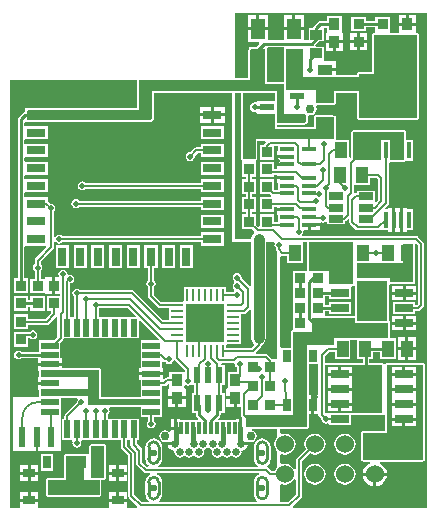
<source format=gtl>
G04*
G04 #@! TF.GenerationSoftware,Altium Limited,Altium Designer,19.1.5 (86)*
G04*
G04 Layer_Physical_Order=1*
G04 Layer_Color=255*
%FSLAX25Y25*%
%MOIN*%
G70*
G01*
G75*
%ADD14C,0.00800*%
%ADD16C,0.01000*%
%ADD18C,0.00984*%
%ADD19C,0.03000*%
%ADD20R,0.06299X0.03150*%
%ADD21R,0.03150X0.06299*%
%ADD22R,0.04882X0.01575*%
%ADD23R,0.03543X0.03740*%
%ADD24R,0.04921X0.07087*%
%ADD25R,0.05000X0.02200*%
%ADD26R,0.03937X0.03347*%
%ADD27R,0.03819X0.04095*%
%ADD28R,0.03740X0.03543*%
%ADD29R,0.05158X0.12756*%
%ADD30R,0.05158X0.03661*%
%ADD31R,0.03937X0.05709*%
%ADD32R,0.04724X0.02559*%
%ADD33R,0.04016X0.05787*%
%ADD34R,0.01772X0.05807*%
%ADD35R,0.06004X0.02756*%
%ADD36R,0.09894X0.13394*%
%ADD37R,0.03976X0.01063*%
%ADD38R,0.01063X0.03976*%
%ADD39R,0.12795X0.12795*%
%ADD40R,0.05906X0.02165*%
%ADD41R,0.02165X0.05906*%
%ADD42R,0.01181X0.04331*%
%ADD43R,0.01968X0.06693*%
%ADD44R,0.03937X0.03150*%
%ADD45R,0.02756X0.04331*%
%ADD46R,0.02362X0.05354*%
%ADD47R,0.02559X0.04134*%
%ADD82C,0.03500*%
%ADD83C,0.01500*%
%ADD84C,0.02953*%
%ADD85C,0.02362*%
%ADD86C,0.02559*%
%ADD87C,0.04724*%
%ADD88C,0.06000*%
%ADD89C,0.01968*%
G36*
X85500Y142349D02*
Y141700D01*
X91800D01*
Y131800D01*
X98554D01*
X98836Y131636D01*
X99000Y131353D01*
Y129246D01*
X98836Y128964D01*
X98554Y128800D01*
X89500D01*
Y139500D01*
X85500D01*
X53848Y139500D01*
X49902D01*
X47800D01*
X47800Y133752D01*
Y130376D01*
X47709Y130155D01*
X47445Y129891D01*
X47224Y129800D01*
X9811D01*
X9694Y129849D01*
X6000D01*
Y132318D01*
X6069Y132485D01*
Y132703D01*
X6480Y132953D01*
X6611Y133000D01*
X43500D01*
X43500Y143100D01*
X75500Y143100D01*
X80500D01*
X80500Y151691D01*
Y153176D01*
X80500Y153176D01*
X80946Y153400D01*
X81677D01*
X81735Y153376D01*
X82339D01*
X82398Y153400D01*
X85500D01*
X85500Y142349D01*
D02*
G37*
G36*
X136000Y130500D02*
X116600Y130500D01*
Y139500D01*
X108300Y139500D01*
Y135300D01*
X102300D01*
Y139700D01*
X92500D01*
Y153500D01*
X98000D01*
Y144000D01*
X116600D01*
Y145000D01*
X121800D01*
Y158100D01*
X136000D01*
Y130500D01*
D02*
G37*
G36*
X91851Y153500D02*
Y142383D01*
X91800Y142349D01*
X86149D01*
X86149Y153400D01*
X86117Y153478D01*
X86350Y153978D01*
X91550D01*
X91851Y153500D01*
D02*
G37*
G36*
X88800Y136200D02*
X82700Y136200D01*
Y135926D01*
X82200Y135556D01*
X81900Y135615D01*
X81282Y135492D01*
X80758Y135142D01*
X80408Y134618D01*
X80285Y134000D01*
X80408Y133382D01*
X80758Y132858D01*
X81282Y132508D01*
X81900Y132385D01*
X82200Y132444D01*
X82700Y132074D01*
Y131700D01*
X88700Y131700D01*
Y126800D01*
X102300D01*
Y130571D01*
X102338Y130662D01*
X102429Y130700D01*
X107853D01*
X108300Y130571D01*
Y123300D01*
X82200D01*
Y122651D01*
X82200Y122651D01*
X82200D01*
Y116929D01*
X82162Y116838D01*
X82071Y116800D01*
X78029D01*
X77938Y116838D01*
X77900Y116929D01*
Y138800D01*
X77900Y138800D01*
X88800D01*
Y136200D01*
D02*
G37*
G36*
X139500Y500D02*
X94749D01*
X94542Y1000D01*
X97321Y3779D01*
X97542Y4110D01*
X97620Y4500D01*
Y15843D01*
X100341Y18564D01*
X101086Y18255D01*
X102000Y18135D01*
X102914Y18255D01*
X103765Y18608D01*
X104496Y19169D01*
X105057Y19900D01*
X105410Y20752D01*
X105530Y21665D01*
X105410Y22579D01*
X105057Y23430D01*
X104496Y24162D01*
X103765Y24723D01*
X102914Y25075D01*
X102000Y25196D01*
X101086Y25075D01*
X100235Y24723D01*
X99504Y24162D01*
X98943Y23430D01*
X98590Y22579D01*
X98470Y21665D01*
X98590Y20752D01*
X98899Y20006D01*
X95879Y16986D01*
X95658Y16656D01*
X95580Y16265D01*
Y13474D01*
X95080Y13374D01*
X95057Y13430D01*
X94496Y14162D01*
X93765Y14723D01*
X92914Y15075D01*
X92000Y15196D01*
X91086Y15075D01*
X90916Y15005D01*
X90500Y15282D01*
Y18048D01*
X90916Y18326D01*
X91086Y18255D01*
X92000Y18135D01*
X92914Y18255D01*
X93765Y18608D01*
X94496Y19169D01*
X95057Y19900D01*
X95410Y20752D01*
X95530Y21665D01*
X95410Y22579D01*
X95057Y23430D01*
X94496Y24162D01*
X93765Y24723D01*
X92914Y25075D01*
X92000Y25196D01*
X91086Y25075D01*
X90916Y25005D01*
X90500Y25282D01*
Y26750D01*
X99300D01*
X99759Y26941D01*
X99949Y27400D01*
Y31764D01*
X100732D01*
Y34831D01*
Y37898D01*
X99949D01*
X99949Y48502D01*
X103112D01*
X103180Y48031D01*
Y37898D01*
X101732D01*
Y34831D01*
Y31764D01*
X103180D01*
Y31500D01*
X103258Y31110D01*
X103479Y30779D01*
X104199Y30060D01*
X104187Y30000D01*
X104302Y29421D01*
X104630Y28930D01*
X105121Y28602D01*
X105700Y28487D01*
X106221Y28590D01*
X106387Y28545D01*
X106721Y28367D01*
Y28022D01*
X113925D01*
Y31350D01*
X124500Y31351D01*
X124850Y31496D01*
X125350Y31279D01*
Y26149D01*
X118129Y26149D01*
X118010Y26100D01*
X117881Y26100D01*
X117789Y26062D01*
X117698Y25971D01*
X117670Y25959D01*
X117658Y25931D01*
X117569Y25842D01*
X117541Y25830D01*
X117529Y25802D01*
X117438Y25711D01*
X117400Y25619D01*
X117400Y25490D01*
X117350Y25371D01*
X117351Y16629D01*
X117400Y16510D01*
X117400Y16381D01*
X117438Y16289D01*
X117529Y16198D01*
X117541Y16170D01*
X117569Y16158D01*
X117658Y16069D01*
X117670Y16041D01*
X117698Y16029D01*
X117789Y15938D01*
X117881Y15900D01*
X118010Y15900D01*
X118129Y15851D01*
X120345D01*
X120444Y15351D01*
X119983Y15159D01*
X119147Y14518D01*
X118506Y13683D01*
X118103Y12710D01*
X118031Y12165D01*
X122000D01*
X125969D01*
X125897Y12710D01*
X125494Y13683D01*
X124853Y14518D01*
X124017Y15159D01*
X123556Y15351D01*
X123655Y15851D01*
X137871Y15851D01*
X137990Y15900D01*
X138119Y15900D01*
X138211Y15938D01*
X138302Y16029D01*
X138330Y16041D01*
X138342Y16069D01*
X138431Y16158D01*
X138459Y16170D01*
X138471Y16198D01*
X138562Y16289D01*
X138600Y16381D01*
X138600Y16510D01*
X138649Y16629D01*
Y47871D01*
X138600Y47990D01*
X138600Y48119D01*
X138562Y48211D01*
X138471Y48302D01*
X138459Y48330D01*
X138431Y48342D01*
X138342Y48431D01*
X138330Y48459D01*
X138302Y48471D01*
X138211Y48562D01*
X138119Y48600D01*
X137990Y48600D01*
X137871Y48649D01*
X126129D01*
X126010Y48600D01*
X125881D01*
X125751Y48546D01*
X125660Y48455D01*
X125541Y48406D01*
X125532Y48384D01*
X125271Y48335D01*
X124984Y48399D01*
X124959Y48459D01*
X124500Y48649D01*
X120122Y48649D01*
Y50046D01*
X121297D01*
Y52378D01*
X123703D01*
Y50006D01*
X128919D01*
Y56994D01*
X127154D01*
X127149Y57000D01*
Y62200D01*
X126959Y62659D01*
X126565Y62823D01*
Y74726D01*
X126900Y74951D01*
X134700D01*
X134873Y75022D01*
X135297D01*
Y75473D01*
X135349Y75600D01*
Y88301D01*
X135628Y88489D01*
X135811Y88547D01*
X136380Y87978D01*
Y68422D01*
X135978Y68020D01*
X135297D01*
Y68978D01*
X128093D01*
Y65022D01*
X135297D01*
Y65980D01*
X136400D01*
X136790Y66058D01*
X137121Y66279D01*
X138121Y67279D01*
X138342Y67610D01*
X138420Y68000D01*
Y88400D01*
X138342Y88790D01*
X138121Y89121D01*
X136521Y90721D01*
X136190Y90942D01*
X135800Y91020D01*
X97952D01*
X97833Y91192D01*
X97730Y91520D01*
X97998Y91921D01*
X98113Y92500D01*
X98095Y92594D01*
X98412Y92980D01*
X99681D01*
Y94768D01*
X100181D01*
Y95268D01*
X103622D01*
Y95334D01*
X104121Y95602D01*
X104700Y95487D01*
X105279Y95602D01*
X105616Y95827D01*
X106095Y95626D01*
X106116Y95606D01*
Y94880D01*
X112041D01*
Y95892D01*
X112321Y96079D01*
X113019Y96776D01*
X113480Y96585D01*
Y95800D01*
X113558Y95410D01*
X113779Y95079D01*
X115679Y93179D01*
X116010Y92958D01*
X116400Y92880D01*
X123128D01*
X123519Y92958D01*
X123676Y93063D01*
X124176Y92930D01*
Y92930D01*
X126335D01*
Y92529D01*
X127720D01*
Y96433D01*
Y100337D01*
X126335D01*
Y99937D01*
X125632D01*
X125441Y100399D01*
X126382Y101340D01*
X126603Y101671D01*
X126681Y102061D01*
Y115503D01*
X127138Y115843D01*
X127181Y115850D01*
X131800Y115850D01*
X132259Y116041D01*
X132269Y116063D01*
X134824D01*
Y123071D01*
X132449D01*
Y125700D01*
X132259Y126159D01*
X131800Y126349D01*
X114800Y126349D01*
X114341Y126159D01*
X114151Y125700D01*
Y117208D01*
X113919Y117026D01*
X113419Y117260D01*
Y123071D01*
X109103D01*
X108949Y123300D01*
Y130571D01*
X108887Y130722D01*
X108869Y130884D01*
X108795Y130943D01*
X108759Y131030D01*
X108608Y131093D01*
X108481Y131195D01*
X108034Y131324D01*
X107940Y131313D01*
X107853Y131349D01*
X102429D01*
X102310Y131300D01*
X102181Y131300D01*
X102089Y131262D01*
X101998Y131171D01*
X101970Y131159D01*
X101958Y131131D01*
X101869Y131042D01*
X101841Y131030D01*
X101829Y131002D01*
X101738Y130911D01*
X101700Y130819D01*
X101700Y130690D01*
X101651Y130571D01*
Y127449D01*
X89349D01*
Y128050D01*
X89500Y128151D01*
X98554D01*
X98710Y128216D01*
X98879Y128238D01*
X99162Y128402D01*
X99264Y128536D01*
X99398Y128638D01*
X99562Y128921D01*
X99585Y129090D01*
X99649Y129246D01*
Y131018D01*
X100116Y131435D01*
X100500Y131359D01*
X101319Y131522D01*
X102014Y131986D01*
X102478Y132681D01*
X102641Y133500D01*
X102512Y134151D01*
X102762Y134567D01*
X102858Y134651D01*
X108300D01*
X108759Y134841D01*
X108949Y135300D01*
Y138851D01*
X115951Y138850D01*
Y130500D01*
X116141Y130041D01*
X116600Y129850D01*
X136000Y129851D01*
X136459Y130041D01*
X136649Y130500D01*
Y158100D01*
X136459Y158559D01*
X136000Y158749D01*
X135697D01*
Y161150D01*
X132787D01*
X129878D01*
Y158749D01*
X126999D01*
X126925Y159219D01*
X126925Y159249D01*
Y164159D01*
X122182D01*
Y162811D01*
X119027D01*
Y164061D01*
X114086D01*
Y159317D01*
X119027D01*
Y160567D01*
X122182D01*
Y159249D01*
X122182Y159219D01*
X122108Y158749D01*
X121800D01*
X121341Y158559D01*
X121151Y158100D01*
Y145649D01*
X116600D01*
X116141Y145459D01*
X115951Y145000D01*
Y144649D01*
X108909D01*
Y146016D01*
X105331D01*
Y147016D01*
X108909D01*
Y149346D01*
X105458D01*
X105069Y149613D01*
Y154159D01*
X102252D01*
X102045Y154659D01*
X103293Y155907D01*
X103293Y155907D01*
X103296Y155912D01*
X105069D01*
Y160283D01*
X105547Y160510D01*
X105991Y160427D01*
X105991Y159111D01*
X105590Y158870D01*
X105590Y158761D01*
X105591Y158761D01*
Y156323D01*
X108500D01*
X111409D01*
Y158761D01*
X111409Y158761D01*
Y158870D01*
X111010Y159111D01*
X111009Y159370D01*
Y164297D01*
X105991D01*
Y162771D01*
X103750D01*
X103750Y162771D01*
X103320Y162686D01*
X102956Y162443D01*
X102956Y162443D01*
X101707Y161193D01*
X101464Y160829D01*
X101390Y160458D01*
X99932D01*
Y156222D01*
X98461D01*
Y159654D01*
X95000D01*
X91539D01*
Y156222D01*
X86461D01*
Y159618D01*
X83000D01*
X79539D01*
Y155575D01*
X83235D01*
X83427Y155113D01*
X82339Y154025D01*
X81735D01*
X81677Y154049D01*
X80946D01*
X80888Y154025D01*
X79939D01*
Y153484D01*
X79919Y153466D01*
X79919Y153466D01*
X79916Y153417D01*
X79884Y153380D01*
X79891Y153274D01*
X79851Y153176D01*
Y151691D01*
X79851Y143749D01*
X75500D01*
Y165500D01*
X139500D01*
Y500D01*
D02*
G37*
G36*
X131800Y125700D02*
Y116500D01*
X127147Y116500D01*
Y123071D01*
X124176D01*
Y116500D01*
X114800Y116500D01*
Y125700D01*
X131800Y125700D01*
D02*
G37*
G36*
X85547Y122189D02*
X85232Y121874D01*
X85011Y121543D01*
X84996Y121470D01*
X83581D01*
Y116530D01*
X88324D01*
Y121180D01*
X89778D01*
Y119287D01*
X89378D01*
Y118000D01*
X92819D01*
Y117000D01*
X89378D01*
Y115713D01*
Y115400D01*
X92819D01*
Y114400D01*
X89378D01*
Y113320D01*
X88324D01*
Y115683D01*
X83581D01*
Y110742D01*
X88324D01*
Y111280D01*
X89378D01*
Y110908D01*
X92819D01*
Y109908D01*
X89378D01*
Y108621D01*
X89778D01*
Y106310D01*
X88510D01*
X88324Y106495D01*
Y109895D01*
X83581D01*
Y104955D01*
X86981D01*
X87328Y104608D01*
X87311Y104446D01*
X87157Y104108D01*
X83581D01*
Y99168D01*
X88324D01*
Y100654D01*
X89378D01*
Y100386D01*
X92819D01*
Y99386D01*
X89378D01*
Y98098D01*
X89778D01*
Y95787D01*
X88324D01*
Y98321D01*
X83581D01*
Y94367D01*
X83081Y94160D01*
X82419Y94822D01*
Y98321D01*
X81067D01*
Y99168D01*
X82419D01*
Y104108D01*
X81067D01*
Y104955D01*
X82419D01*
Y109895D01*
X81067D01*
Y110742D01*
X82419D01*
Y115683D01*
X82419D01*
X82313Y116183D01*
X82319Y116200D01*
X82411Y116238D01*
X82502Y116329D01*
X82530Y116341D01*
X82542Y116369D01*
X82631Y116458D01*
X82659Y116470D01*
X82671Y116498D01*
X82762Y116589D01*
X82800Y116681D01*
X82800Y116810D01*
X82849Y116929D01*
Y122651D01*
X85355D01*
X85547Y122189D01*
D02*
G37*
G36*
X123080Y109878D02*
Y103122D01*
X122383Y102425D01*
X121883Y102632D01*
Y106120D01*
X115959D01*
Y105260D01*
X115740D01*
X115492Y105210D01*
X115344Y105270D01*
X115137Y105428D01*
X115020Y105563D01*
Y107609D01*
X115172Y108046D01*
X120309D01*
Y110480D01*
X122478D01*
X123080Y109878D01*
D02*
G37*
G36*
X77251Y138800D02*
Y116929D01*
X77300Y116810D01*
X77300Y116681D01*
X77338Y116589D01*
X77429Y116498D01*
X77441Y116470D01*
X77469Y116458D01*
X77558Y116369D01*
X77570Y116341D01*
X77598Y116329D01*
X77689Y116238D01*
X77781Y116200D01*
X77787Y116183D01*
X77676Y115683D01*
X77676D01*
Y110742D01*
X79028D01*
Y109895D01*
X77676D01*
Y104955D01*
X79028D01*
Y104108D01*
X77676D01*
Y99168D01*
X79028D01*
Y98321D01*
X77676D01*
Y93380D01*
X80977D01*
X81821Y92536D01*
X81772Y92039D01*
X81506Y91861D01*
X80986Y91084D01*
X80804Y90167D01*
Y90000D01*
X75500D01*
Y138850D01*
X77217D01*
X77251Y138800D01*
D02*
G37*
G36*
X99251Y88900D02*
Y79400D01*
X99232Y79372D01*
X94624D01*
Y74628D01*
X94624D01*
X94723Y74470D01*
Y69530D01*
X94723D01*
Y69470D01*
X94723D01*
Y64530D01*
X94624Y64372D01*
X94624D01*
Y59818D01*
X94241Y59659D01*
X94051Y59200D01*
Y53836D01*
X90888D01*
X90500Y54106D01*
Y57500D01*
Y84143D01*
X91000Y84500D01*
X91100Y84480D01*
X92853D01*
Y82046D01*
X97990D01*
Y88954D01*
X98479Y88980D01*
X99197D01*
X99251Y88900D01*
D02*
G37*
G36*
X134700Y75600D02*
X126900D01*
Y77000D01*
X116100Y77000D01*
X116100Y82000D01*
X131200Y82000D01*
Y88400D01*
X134700D01*
Y75600D01*
D02*
G37*
G36*
X114700Y75054D02*
X114571Y75000D01*
X106700D01*
Y79400D01*
X99900Y79400D01*
Y88900D01*
X114700Y88900D01*
Y75054D01*
D02*
G37*
G36*
X42851Y133649D02*
X6611D01*
X6506Y133606D01*
X6393Y133612D01*
X6262Y133565D01*
X6244Y133549D01*
X5420D01*
Y132614D01*
X5400Y132566D01*
Y132481D01*
X5045Y132410D01*
X4681Y132167D01*
X4681Y132167D01*
X3207Y130693D01*
X2964Y130329D01*
X2878Y129900D01*
X2878Y129900D01*
Y76923D01*
X1628D01*
Y71983D01*
X6372D01*
Y76923D01*
X5122D01*
Y87484D01*
X5420Y87861D01*
X5622Y87861D01*
X12412D01*
X12619Y87361D01*
X8828Y83570D01*
X8607Y83239D01*
X8530Y82849D01*
Y81628D01*
X8479Y81595D01*
X8151Y81104D01*
X8036Y80525D01*
X8151Y79945D01*
X8479Y79454D01*
X8530Y79421D01*
Y76824D01*
X7079D01*
Y72081D01*
X11889Y72081D01*
X12130Y71681D01*
X12261Y71681D01*
X12261Y71681D01*
X14500D01*
Y74453D01*
Y77224D01*
X12261D01*
X12261Y77224D01*
X12130D01*
X11889Y76824D01*
X11630Y76824D01*
X10569D01*
Y79421D01*
X10619Y79454D01*
X10947Y79945D01*
X11062Y80525D01*
X10947Y81104D01*
X10619Y81595D01*
X10569Y81628D01*
Y82427D01*
X14721Y86579D01*
X14942Y86910D01*
X15020Y87300D01*
Y89188D01*
X15520Y89333D01*
X15765Y88965D01*
X16256Y88637D01*
X16835Y88522D01*
X17415Y88637D01*
X17906Y88965D01*
X17939Y89016D01*
X64081D01*
Y87861D01*
X71580D01*
Y92210D01*
X64081D01*
Y91055D01*
X17939D01*
X17906Y91106D01*
X17415Y91434D01*
X16835Y91549D01*
X16256Y91434D01*
X15765Y91106D01*
X15520Y90738D01*
X15020Y90882D01*
Y99147D01*
X15070Y99181D01*
X15398Y99672D01*
X15513Y100251D01*
X15398Y100830D01*
X15070Y101321D01*
X14579Y101649D01*
X14000Y101765D01*
X13940Y101753D01*
X13126Y102567D01*
X12919Y102706D01*
Y104021D01*
X5622D01*
X5420Y104021D01*
X5122Y104398D01*
Y105201D01*
X5420Y105577D01*
X5622Y105577D01*
X12919D01*
Y109927D01*
X5622D01*
X5420Y109927D01*
X5122Y110303D01*
Y111106D01*
X5420Y111483D01*
X5622Y111483D01*
X12919D01*
Y115832D01*
X5622D01*
X5420Y115832D01*
X5122Y116209D01*
Y117012D01*
X5420Y117388D01*
X5622Y117388D01*
X12919D01*
Y121738D01*
X5622D01*
X5420Y121738D01*
X5122Y122114D01*
Y122917D01*
X5420Y123294D01*
X5622Y123294D01*
X12919D01*
Y127643D01*
X5622D01*
X5420Y127643D01*
X5122Y128020D01*
Y128823D01*
X5420Y129199D01*
X9694D01*
X9811Y129151D01*
X47224D01*
X47344Y129200D01*
X47473D01*
X47693Y129291D01*
X47785Y129383D01*
X47904Y129432D01*
X48168Y129696D01*
X48217Y129815D01*
X48309Y129907D01*
X48400Y130127D01*
Y130256D01*
X48449Y130376D01*
Y133752D01*
X48449Y138851D01*
X53848D01*
X74500Y138850D01*
Y89000D01*
X80804D01*
Y84067D01*
Y74645D01*
X80304Y74438D01*
X77601Y77140D01*
X77613Y77200D01*
X77498Y77779D01*
X77170Y78270D01*
X76679Y78598D01*
X76100Y78713D01*
X75521Y78598D01*
X75030Y78270D01*
X74702Y77779D01*
X74587Y77200D01*
X74702Y76621D01*
X75030Y76130D01*
X75189Y76024D01*
Y75422D01*
X75030Y75316D01*
X74702Y74825D01*
X74587Y74246D01*
X74702Y73667D01*
X75030Y73176D01*
X75040Y73169D01*
X75075Y72621D01*
X74754Y72311D01*
X72403D01*
Y73879D01*
X58329D01*
Y69398D01*
X57968D01*
Y69037D01*
X53487D01*
Y68925D01*
X50817D01*
X48378Y71364D01*
Y74096D01*
X48428Y74130D01*
X48756Y74621D01*
X48872Y75200D01*
X48756Y75779D01*
X48428Y76270D01*
X48378Y76304D01*
Y80380D01*
X49533D01*
Y87880D01*
X45184D01*
Y80380D01*
X46339D01*
Y76304D01*
X46288Y76270D01*
X45960Y75779D01*
X45845Y75200D01*
X45960Y74621D01*
X46288Y74130D01*
X46339Y74096D01*
Y70942D01*
X46416Y70552D01*
X46637Y70221D01*
X49674Y67185D01*
X50004Y66963D01*
X50394Y66886D01*
X53487D01*
Y63020D01*
X51522D01*
X41821Y72721D01*
X41490Y72942D01*
X41100Y73020D01*
X23730D01*
X23696Y73070D01*
X23205Y73398D01*
X22626Y73513D01*
X22047Y73398D01*
X21556Y73070D01*
X21228Y72579D01*
X21113Y72000D01*
X21228Y71421D01*
X21556Y70930D01*
X21606Y70896D01*
Y63982D01*
X20496D01*
Y75226D01*
X20879Y75302D01*
X21370Y75630D01*
X21698Y76121D01*
X21813Y76700D01*
X21698Y77279D01*
X21370Y77770D01*
X20879Y78098D01*
X20300Y78213D01*
X19994Y78152D01*
X19620Y78267D01*
X19470Y78519D01*
X19398Y78879D01*
X19070Y79370D01*
X18579Y79698D01*
X18000Y79813D01*
X17421Y79698D01*
X16930Y79370D01*
X16602Y78879D01*
X16487Y78300D01*
X16602Y77721D01*
X16332Y77224D01*
X15500D01*
Y74453D01*
Y71681D01*
X16980D01*
Y70919D01*
X12530D01*
Y66176D01*
X13980D01*
Y65322D01*
X12130Y63472D01*
X6343D01*
Y64923D01*
X1600D01*
Y59983D01*
X6343D01*
Y61433D01*
X12553D01*
X12943Y61511D01*
X13274Y61732D01*
X15680Y64139D01*
X15851Y64119D01*
X16180Y63967D01*
Y57429D01*
X14958Y56206D01*
X10018D01*
Y52522D01*
X4193D01*
X3779Y52798D01*
X3200Y52913D01*
X2621Y52798D01*
X2130Y52470D01*
X1802Y51979D01*
X1687Y51400D01*
X1802Y50821D01*
X2130Y50330D01*
X2621Y50002D01*
X3200Y49887D01*
X3779Y50002D01*
X4193Y50278D01*
X9618D01*
Y48724D01*
X17524D01*
Y50307D01*
X17124D01*
Y52841D01*
Y55488D01*
X17921Y56285D01*
X18142Y56616D01*
X18194Y56876D01*
X43206D01*
Y62799D01*
X43668Y62990D01*
X49990Y56668D01*
X49799Y56206D01*
X43876D01*
Y52841D01*
Y49691D01*
Y47157D01*
X43476D01*
Y45575D01*
X51382D01*
Y47157D01*
X50982D01*
Y48942D01*
X51482Y49110D01*
X51710Y48958D01*
X52100Y48880D01*
X52296D01*
X52330Y48830D01*
X52821Y48502D01*
X53400Y48387D01*
X53979Y48502D01*
X54470Y48830D01*
X54798Y49321D01*
X54831Y49487D01*
X55318Y49596D01*
X55363Y49595D01*
X58780Y46178D01*
Y45948D01*
X58509Y45561D01*
X53491D01*
Y43933D01*
X52713D01*
X52323Y43855D01*
X51992Y43634D01*
X51844Y43486D01*
X51382Y43677D01*
Y44575D01*
X43476D01*
Y42992D01*
X43876D01*
Y40242D01*
Y37449D01*
X30749Y37449D01*
X30749Y46300D01*
X30559Y46759D01*
X30100Y46949D01*
X17524D01*
Y47724D01*
X9618D01*
Y46142D01*
X9951D01*
X9950Y44008D01*
X9618D01*
Y42425D01*
X13571D01*
Y41425D01*
X9618D01*
Y39843D01*
X9951D01*
Y37600D01*
X9534Y37300D01*
X1200D01*
Y19500D01*
X17200D01*
Y36951D01*
X22618D01*
X22883Y36451D01*
X22702Y36179D01*
X22587Y35600D01*
X22599Y35540D01*
X18755Y31697D01*
X18534Y31367D01*
X18457Y30976D01*
Y30124D01*
X17794D01*
Y23018D01*
X20993D01*
X21160Y22707D01*
X21216Y22518D01*
X21113Y22000D01*
X21228Y21421D01*
X21556Y20930D01*
X22047Y20602D01*
X22626Y20487D01*
X23205Y20602D01*
X23696Y20930D01*
X24024Y21421D01*
X24139Y22000D01*
X24036Y22518D01*
X24092Y22707D01*
X24259Y23018D01*
X37354D01*
Y20726D01*
X37432Y20336D01*
X37653Y20005D01*
X39780Y17878D01*
Y4400D01*
X39858Y4010D01*
X40079Y3679D01*
X42758Y1000D01*
X42551Y500D01*
X39232D01*
Y2472D01*
X36264D01*
X33295D01*
Y500D01*
X9705D01*
Y2472D01*
X6736D01*
X3768D01*
Y500D01*
X500D01*
Y143100D01*
X42851D01*
X42851Y133649D01*
D02*
G37*
G36*
X115211Y74429D02*
X115471Y74253D01*
Y64564D01*
X115300Y64449D01*
X105838D01*
X105372Y64530D01*
Y65878D01*
X106739D01*
Y65022D01*
X113943D01*
Y68978D01*
X106739D01*
Y68122D01*
X105372D01*
Y69470D01*
X105372D01*
Y69530D01*
X105372D01*
Y70878D01*
X106739D01*
Y70022D01*
X113943D01*
Y73978D01*
X114250Y74351D01*
X114571D01*
X114690Y74400D01*
X114819D01*
X114948Y74454D01*
X114971Y74476D01*
X115211Y74429D01*
D02*
G37*
G36*
X42214Y64444D02*
X42023Y63982D01*
X29945D01*
Y66896D01*
X29995Y66930D01*
X30029Y66980D01*
X39678D01*
X42214Y64444D01*
D02*
G37*
G36*
X80804Y66355D02*
Y63100D01*
Y61067D01*
Y57000D01*
X80986Y56083D01*
X81506Y55306D01*
X81692Y55181D01*
X81741Y54683D01*
X80786Y53728D01*
X72403D01*
Y54602D01*
X72764D01*
Y54963D01*
X77246D01*
Y56932D01*
Y60869D01*
Y64917D01*
X78237D01*
X78627Y64995D01*
X78958Y65216D01*
X80304Y66562D01*
X80804Y66355D01*
D02*
G37*
G36*
X116160Y50046D02*
X117878D01*
Y48649D01*
X105720Y48649D01*
X105220Y49033D01*
Y51078D01*
X106622Y52480D01*
X108679D01*
Y50046D01*
X113816D01*
Y56351D01*
X116160D01*
Y50046D01*
D02*
G37*
G36*
X88546Y88500D02*
X88487Y88200D01*
X88602Y87621D01*
X88930Y87130D01*
X88980Y87096D01*
Y86600D01*
X89058Y86210D01*
X89279Y85879D01*
X89500Y85658D01*
Y49970D01*
X87806D01*
X87674Y50168D01*
X86321Y51521D01*
X85990Y51742D01*
X85600Y51820D01*
X82469D01*
X82262Y52320D01*
X83921Y53979D01*
X84142Y54310D01*
X84220Y54700D01*
Y54855D01*
X84894Y55306D01*
X85414Y56083D01*
X85596Y57000D01*
Y59033D01*
Y63100D01*
Y84067D01*
Y89000D01*
X88194D01*
X88546Y88500D01*
D02*
G37*
G36*
X30100Y36800D02*
X50400Y36800D01*
Y34600D01*
X26300D01*
Y37600D01*
X10600D01*
Y40000D01*
X26300D01*
X26300Y43900D01*
X10600D01*
X10600Y46300D01*
X30100D01*
X30100Y36800D01*
D02*
G37*
G36*
X124500Y32000D02*
X105500Y32000D01*
X105500Y48000D01*
X124500Y48000D01*
X124500Y32000D01*
D02*
G37*
G36*
X115300Y62200D02*
X126500D01*
Y57000D01*
X108200D01*
Y54800D01*
X99300Y54800D01*
X99300Y27400D01*
X79100Y27400D01*
X79100Y31500D01*
X94700Y31500D01*
Y59200D01*
X101100D01*
Y63800D01*
X115300D01*
Y62200D01*
D02*
G37*
G36*
X75378Y48404D02*
X75421Y48229D01*
X75502Y47821D01*
X75830Y47330D01*
X75880Y47296D01*
Y45561D01*
X72891D01*
Y40266D01*
X72491Y40134D01*
Y37587D01*
X75400D01*
Y37087D01*
X75900D01*
Y34039D01*
X77435D01*
Y31245D01*
X77513Y30855D01*
X77697Y30579D01*
X77677Y30500D01*
Y26913D01*
X76677D01*
Y30079D01*
X75587D01*
Y29679D01*
X69818D01*
X69627Y30141D01*
X70252Y30766D01*
X70252Y30766D01*
X70495Y31130D01*
X70581Y31559D01*
Y32123D01*
X71921D01*
Y38677D01*
X71160D01*
Y41375D01*
X71921D01*
Y47929D01*
X70551D01*
X70504Y48131D01*
X70880Y48601D01*
X74920D01*
X75378Y48404D01*
D02*
G37*
G36*
X53491Y41543D02*
X53491Y40375D01*
X53091Y40134D01*
X53091Y40025D01*
X53091Y40025D01*
Y37587D01*
X56000D01*
X58909D01*
Y40025D01*
X58909Y40025D01*
Y40134D01*
X58509Y40375D01*
X58509Y41176D01*
X59009Y41443D01*
X59221Y41302D01*
X59800Y41187D01*
X60379Y41302D01*
X60403Y41317D01*
X60879Y41375D01*
X60879Y41375D01*
X60879Y41375D01*
X61640D01*
Y38677D01*
X60879D01*
Y32123D01*
X62219D01*
Y31559D01*
X62219Y31559D01*
X62305Y31130D01*
X62548Y30766D01*
X63173Y30141D01*
X62982Y29679D01*
X57114D01*
Y30079D01*
X56024D01*
Y26913D01*
X55524D01*
Y26413D01*
X53933D01*
Y26076D01*
X53433Y25853D01*
X52948Y26177D01*
X52177Y26330D01*
X51406Y26177D01*
X50752Y25740D01*
X50315Y25086D01*
X50162Y24315D01*
X50315Y23544D01*
X50752Y22890D01*
X51406Y22453D01*
X52177Y22300D01*
X52618Y22388D01*
X52750Y22256D01*
X55327D01*
Y21256D01*
X53102D01*
X53180Y20866D01*
X53683Y20112D01*
X54437Y19609D01*
X55179Y19461D01*
X55087Y19000D01*
X55225Y18306D01*
X55619Y17717D01*
X56207Y17324D01*
X56902Y17186D01*
X57596Y17324D01*
X58184Y17717D01*
X58226Y17780D01*
X58726D01*
X58768Y17717D01*
X59357Y17324D01*
X60051Y17186D01*
X60746Y17324D01*
X61334Y17717D01*
X61376Y17780D01*
X61876D01*
X61918Y17717D01*
X62506Y17324D01*
X63201Y17186D01*
X63895Y17324D01*
X64484Y17717D01*
X64877Y18306D01*
X65015Y19000D01*
X64877Y19694D01*
X65250Y20036D01*
X65470Y20080D01*
X66059Y20473D01*
X66100Y20536D01*
X66600D01*
X66642Y20473D01*
X67231Y20080D01*
X67451Y20036D01*
X67824Y19694D01*
X67686Y19000D01*
X67824Y18306D01*
X68217Y17717D01*
X68806Y17324D01*
X69500Y17186D01*
X70194Y17324D01*
X70783Y17717D01*
X70825Y17780D01*
X71325D01*
X71367Y17717D01*
X71955Y17324D01*
X72650Y17186D01*
X73344Y17324D01*
X73933Y17717D01*
X73974Y17780D01*
X74474D01*
X74516Y17717D01*
X75105Y17324D01*
X75799Y17186D01*
X76494Y17324D01*
X77082Y17717D01*
X77476Y18306D01*
X77614Y19000D01*
X77522Y19461D01*
X78263Y19609D01*
X79018Y20112D01*
X79521Y20866D01*
X79599Y21256D01*
X77374D01*
Y22256D01*
X79951D01*
X80082Y22388D01*
X80524Y22300D01*
X81295Y22453D01*
X81949Y22890D01*
X82385Y23544D01*
X82539Y24315D01*
X82385Y25086D01*
X81949Y25740D01*
X81295Y26177D01*
X80923Y26250D01*
X80973Y26750D01*
X89500Y26750D01*
Y24157D01*
X88943Y23430D01*
X88590Y22579D01*
X88470Y21665D01*
X88590Y20752D01*
X88943Y19900D01*
X89500Y19174D01*
Y14157D01*
X88943Y13430D01*
X88634Y12685D01*
X87557D01*
X86521Y13721D01*
X86190Y13942D01*
X86058Y13968D01*
X85989Y14122D01*
X85958Y14498D01*
X86433Y14862D01*
X86876Y15440D01*
X87155Y16113D01*
X87250Y16835D01*
X87247D01*
X87247Y16835D01*
Y20772D01*
X87247Y20772D01*
X87250D01*
X87155Y21494D01*
X86876Y22166D01*
X86433Y22744D01*
X85855Y23187D01*
X85182Y23466D01*
X84461Y23561D01*
X83739Y23466D01*
X83066Y23187D01*
X82488Y22744D01*
X82045Y22166D01*
X81766Y21494D01*
X81671Y20772D01*
X81674D01*
Y16835D01*
X81671D01*
X81766Y16113D01*
X82045Y15440D01*
X82488Y14862D01*
X82935Y14520D01*
X82772Y14020D01*
X49929D01*
X49766Y14520D01*
X50212Y14862D01*
X50656Y15440D01*
X50934Y16113D01*
X51029Y16835D01*
X51027D01*
Y20772D01*
X51029D01*
X50934Y21494D01*
X50656Y22166D01*
X50212Y22744D01*
X49635Y23187D01*
X48962Y23466D01*
X48240Y23561D01*
X47518Y23466D01*
X46845Y23187D01*
X46268Y22744D01*
X45825Y22166D01*
X45546Y21494D01*
X45451Y20772D01*
X45453D01*
X45453Y20772D01*
Y16835D01*
X45453Y16835D01*
X45451D01*
X45546Y16113D01*
X45825Y15440D01*
X46268Y14862D01*
X46636Y14580D01*
X46484Y14103D01*
X46086Y14056D01*
X44520Y15622D01*
Y19500D01*
X44442Y19890D01*
X44221Y20221D01*
X42543Y21899D01*
Y23018D01*
X43206D01*
Y30124D01*
X33094D01*
Y31496D01*
X33145Y31530D01*
X33473Y32021D01*
X33588Y32600D01*
X33473Y33179D01*
X33292Y33451D01*
X33557Y33951D01*
X43876D01*
Y30794D01*
X46409D01*
Y29504D01*
X46359Y29470D01*
X46031Y28979D01*
X45916Y28400D01*
X46031Y27821D01*
X46359Y27330D01*
X46850Y27002D01*
X47429Y26887D01*
X48008Y27002D01*
X48499Y27330D01*
X48827Y27821D01*
X48943Y28400D01*
X48827Y28979D01*
X48499Y29470D01*
X48449Y29504D01*
Y30794D01*
X50982D01*
Y34437D01*
X51049Y34600D01*
Y36800D01*
X50982Y36963D01*
Y40906D01*
X51725D01*
X52115Y40983D01*
X52446Y41204D01*
X52991Y41749D01*
X53491Y41543D01*
D02*
G37*
G36*
X137962Y47962D02*
X138000Y47871D01*
Y16629D01*
X137962Y16538D01*
X137871Y16500D01*
X118129Y16500D01*
X118038Y16538D01*
X118000Y16629D01*
X118000Y25371D01*
X118038Y25462D01*
X118129Y25500D01*
X126000Y25500D01*
X126000Y47947D01*
X126129Y48000D01*
X137871D01*
X137962Y47962D01*
D02*
G37*
G36*
X95580Y9857D02*
Y4922D01*
X92978Y2320D01*
X90500D01*
Y8048D01*
X90916Y8326D01*
X91086Y8255D01*
X92000Y8135D01*
X92914Y8255D01*
X93765Y8608D01*
X94496Y9169D01*
X95057Y9900D01*
X95080Y9956D01*
X95580Y9857D01*
D02*
G37*
G36*
X83318Y11480D02*
X83066Y11376D01*
X82488Y10933D01*
X82045Y10355D01*
X81766Y9683D01*
X81671Y8961D01*
X81674D01*
Y5024D01*
X81671D01*
X81766Y4302D01*
X82045Y3629D01*
X82488Y3051D01*
X82790Y2820D01*
X82621Y2320D01*
X50080D01*
X49910Y2820D01*
X50212Y3051D01*
X50656Y3629D01*
X50934Y4302D01*
X51029Y5024D01*
X51027D01*
Y8961D01*
X51029D01*
X50934Y9683D01*
X50656Y10355D01*
X50212Y10933D01*
X49635Y11376D01*
X49383Y11480D01*
X49483Y11980D01*
X83218D01*
X83318Y11480D01*
D02*
G37*
G36*
X40504Y21476D02*
X40582Y21086D01*
X40803Y20755D01*
X42480Y19078D01*
Y15200D01*
X42558Y14810D01*
X42779Y14479D01*
X44979Y12279D01*
X45310Y12058D01*
X45700Y11980D01*
X46998D01*
X47097Y11480D01*
X46845Y11376D01*
X46268Y10933D01*
X45825Y10355D01*
X45546Y9683D01*
X45451Y8961D01*
X45453D01*
X45453Y8961D01*
Y5024D01*
X45453Y5024D01*
X45451D01*
X45546Y4302D01*
X45825Y3629D01*
X46268Y3051D01*
X46570Y2820D01*
X46400Y2320D01*
X44322D01*
X41820Y4822D01*
Y18300D01*
X41742Y18690D01*
X41521Y19021D01*
X39394Y21148D01*
Y23018D01*
X40504D01*
Y21476D01*
D02*
G37*
%LPC*%
G36*
X135697Y164697D02*
X133287D01*
Y162150D01*
X135697D01*
Y164697D01*
D02*
G37*
G36*
X132287D02*
X129878D01*
Y162150D01*
X132287D01*
Y164697D01*
D02*
G37*
G36*
X98461D02*
X95500D01*
Y160654D01*
X98461D01*
Y164697D01*
D02*
G37*
G36*
X94500D02*
X91539D01*
Y160654D01*
X94500D01*
Y164697D01*
D02*
G37*
G36*
X86461Y164661D02*
X83500D01*
Y160618D01*
X86461D01*
Y164661D01*
D02*
G37*
G36*
X82500D02*
X79539D01*
Y160618D01*
X82500D01*
Y164661D01*
D02*
G37*
G36*
X119427Y158555D02*
X117056D01*
Y156283D01*
X119427D01*
Y158555D01*
D02*
G37*
G36*
X116056D02*
X113686D01*
Y156283D01*
X116056D01*
Y158555D01*
D02*
G37*
G36*
X119427Y155283D02*
X117056D01*
Y153012D01*
X119427D01*
Y155283D01*
D02*
G37*
G36*
X116056D02*
X113686D01*
Y153012D01*
X116056D01*
Y155283D01*
D02*
G37*
G36*
X111409Y155323D02*
X109000D01*
Y152776D01*
X111409D01*
Y155323D01*
D02*
G37*
G36*
X108000D02*
X105591D01*
Y152776D01*
X108000D01*
Y155323D01*
D02*
G37*
G36*
X103622Y94268D02*
X100681D01*
Y92980D01*
X103622D01*
Y94268D01*
D02*
G37*
G36*
X132665Y100337D02*
X131280D01*
Y96433D01*
Y92529D01*
X132665D01*
Y92930D01*
X134824D01*
Y99937D01*
X132665D01*
Y100337D01*
D02*
G37*
G36*
X130280D02*
X128720D01*
Y96433D01*
Y92529D01*
X130280D01*
Y96433D01*
Y100337D01*
D02*
G37*
G36*
X135697Y74378D02*
X132195D01*
Y72500D01*
X135697D01*
Y74378D01*
D02*
G37*
G36*
X131195D02*
X127693D01*
Y72500D01*
X131195D01*
Y74378D01*
D02*
G37*
G36*
X135697Y71500D02*
X132195D01*
Y69622D01*
X135697D01*
Y71500D01*
D02*
G37*
G36*
X131195D02*
X127693D01*
Y69622D01*
X131195D01*
Y71500D01*
D02*
G37*
G36*
X135697Y64378D02*
X132195D01*
Y62500D01*
X135697D01*
Y64378D01*
D02*
G37*
G36*
X131195D02*
X127693D01*
Y62500D01*
X131195D01*
Y64378D01*
D02*
G37*
G36*
X135697Y61500D02*
X132195D01*
Y59622D01*
X135697D01*
Y61500D01*
D02*
G37*
G36*
X131195D02*
X127693D01*
Y59622D01*
X131195D01*
Y61500D01*
D02*
G37*
G36*
X135697Y57394D02*
X133189D01*
Y54000D01*
X135697D01*
Y57394D01*
D02*
G37*
G36*
X132189D02*
X129681D01*
Y54000D01*
X132189D01*
Y57394D01*
D02*
G37*
G36*
X135697Y53000D02*
X133189D01*
Y49606D01*
X135697D01*
Y53000D01*
D02*
G37*
G36*
X132189D02*
X129681D01*
Y49606D01*
X132189D01*
Y53000D01*
D02*
G37*
G36*
X112000Y25196D02*
X111086Y25075D01*
X110235Y24723D01*
X109504Y24162D01*
X108943Y23430D01*
X108590Y22579D01*
X108470Y21665D01*
X108590Y20752D01*
X108943Y19900D01*
X109504Y19169D01*
X110235Y18608D01*
X111086Y18255D01*
X112000Y18135D01*
X112914Y18255D01*
X113765Y18608D01*
X114496Y19169D01*
X115057Y19900D01*
X115410Y20752D01*
X115530Y21665D01*
X115410Y22579D01*
X115057Y23430D01*
X114496Y24162D01*
X113765Y24723D01*
X112914Y25075D01*
X112000Y25196D01*
D02*
G37*
G36*
Y15196D02*
X111086Y15075D01*
X110235Y14723D01*
X109504Y14162D01*
X108943Y13430D01*
X108590Y12579D01*
X108470Y11665D01*
X108590Y10752D01*
X108943Y9900D01*
X109504Y9169D01*
X110235Y8608D01*
X111086Y8255D01*
X112000Y8135D01*
X112914Y8255D01*
X113765Y8608D01*
X114496Y9169D01*
X115057Y9900D01*
X115410Y10752D01*
X115530Y11665D01*
X115410Y12579D01*
X115057Y13430D01*
X114496Y14162D01*
X113765Y14723D01*
X112914Y15075D01*
X112000Y15196D01*
D02*
G37*
G36*
X102000D02*
X101086Y15075D01*
X100235Y14723D01*
X99504Y14162D01*
X98943Y13430D01*
X98590Y12579D01*
X98470Y11665D01*
X98590Y10752D01*
X98943Y9900D01*
X99504Y9169D01*
X100235Y8608D01*
X101086Y8255D01*
X102000Y8135D01*
X102914Y8255D01*
X103765Y8608D01*
X104496Y9169D01*
X105057Y9900D01*
X105410Y10752D01*
X105530Y11665D01*
X105410Y12579D01*
X105057Y13430D01*
X104496Y14162D01*
X103765Y14723D01*
X102914Y15075D01*
X102000Y15196D01*
D02*
G37*
G36*
X125969Y11165D02*
X122500D01*
Y7697D01*
X123044Y7768D01*
X124017Y8171D01*
X124853Y8812D01*
X125494Y9648D01*
X125897Y10621D01*
X125969Y11165D01*
D02*
G37*
G36*
X121500D02*
X118031D01*
X118103Y10621D01*
X118506Y9648D01*
X119147Y8812D01*
X119983Y8171D01*
X120956Y7768D01*
X121500Y7697D01*
Y11165D01*
D02*
G37*
G36*
X71980Y133949D02*
X68331D01*
Y131874D01*
X71980D01*
Y133949D01*
D02*
G37*
G36*
X67331D02*
X63681D01*
Y131874D01*
X67331D01*
Y133949D01*
D02*
G37*
G36*
X71980Y130874D02*
X68331D01*
Y128799D01*
X71980D01*
Y130874D01*
D02*
G37*
G36*
X67331D02*
X63681D01*
Y128799D01*
X67331D01*
Y130874D01*
D02*
G37*
G36*
X71580Y127643D02*
X64081D01*
Y123294D01*
X71580D01*
Y127643D01*
D02*
G37*
G36*
Y121738D02*
X64081D01*
Y120583D01*
X62463D01*
X62073Y120505D01*
X61742Y120284D01*
X60460Y119001D01*
X60400Y119013D01*
X59821Y118898D01*
X59330Y118570D01*
X59002Y118079D01*
X58887Y117500D01*
X59002Y116921D01*
X59330Y116430D01*
X59821Y116102D01*
X60400Y115987D01*
X60979Y116102D01*
X61470Y116430D01*
X61798Y116921D01*
X61913Y117500D01*
X61901Y117560D01*
X62885Y118543D01*
X64081D01*
Y117388D01*
X71580D01*
Y121738D01*
D02*
G37*
G36*
Y115832D02*
X64081D01*
Y111483D01*
X71580D01*
Y115832D01*
D02*
G37*
G36*
Y109927D02*
X64081D01*
Y108772D01*
X25604D01*
X25570Y108822D01*
X25079Y109150D01*
X24500Y109265D01*
X23921Y109150D01*
X23430Y108822D01*
X23102Y108331D01*
X22987Y107752D01*
X23102Y107173D01*
X23430Y106682D01*
X23921Y106354D01*
X24500Y106239D01*
X25079Y106354D01*
X25570Y106682D01*
X25604Y106732D01*
X64081D01*
Y105577D01*
X71580D01*
Y109927D01*
D02*
G37*
G36*
Y104021D02*
X64081D01*
Y102866D01*
X23404D01*
X23370Y102917D01*
X22879Y103245D01*
X22300Y103360D01*
X21721Y103245D01*
X21230Y102917D01*
X20902Y102426D01*
X20787Y101847D01*
X20902Y101267D01*
X21230Y100776D01*
X21721Y100448D01*
X22300Y100333D01*
X22879Y100448D01*
X23370Y100776D01*
X23404Y100827D01*
X64081D01*
Y99672D01*
X71580D01*
Y104021D01*
D02*
G37*
G36*
Y98116D02*
X64081D01*
Y93766D01*
X71580D01*
Y98116D01*
D02*
G37*
G36*
X61344Y87880D02*
X56994D01*
Y80380D01*
X61344D01*
Y87880D01*
D02*
G37*
G36*
X55439D02*
X51089D01*
Y80380D01*
X55439D01*
Y87880D01*
D02*
G37*
G36*
X43628D02*
X39278D01*
Y80380D01*
X43628D01*
Y87880D01*
D02*
G37*
G36*
X37722D02*
X33372D01*
Y80380D01*
X37722D01*
Y87880D01*
D02*
G37*
G36*
X31817D02*
X27467D01*
Y80380D01*
X31817D01*
Y87880D01*
D02*
G37*
G36*
X25911D02*
X21561D01*
Y80380D01*
X25911D01*
Y87880D01*
D02*
G37*
G36*
X20006D02*
X15656D01*
Y80380D01*
X20006D01*
Y87880D01*
D02*
G37*
G36*
X6372Y71017D02*
X1628D01*
Y66077D01*
X6372D01*
Y67426D01*
X7079D01*
Y66176D01*
X12019D01*
Y70919D01*
X7079D01*
Y69669D01*
X6372D01*
Y71017D01*
D02*
G37*
G36*
X8000Y59613D02*
X7421Y59498D01*
X6930Y59170D01*
X6841Y59037D01*
X5343D01*
X5245Y59017D01*
X1600D01*
Y54077D01*
X6343D01*
Y56998D01*
X6978D01*
X7421Y56702D01*
X8000Y56587D01*
X8579Y56702D01*
X9070Y57030D01*
X9398Y57521D01*
X9513Y58100D01*
X9398Y58679D01*
X9070Y59170D01*
X8579Y59498D01*
X8000Y59613D01*
D02*
G37*
G36*
X31800Y21549D02*
X27406D01*
X26946Y21359D01*
X26756Y20900D01*
Y20149D01*
X26687Y19800D01*
X26756Y19451D01*
Y18701D01*
X26431Y18336D01*
X25173D01*
X24900Y18449D01*
X19129D01*
X19010Y18400D01*
X18881Y18400D01*
X18789Y18362D01*
X18698Y18271D01*
X18670Y18259D01*
X18658Y18231D01*
X18569Y18142D01*
X18541Y18130D01*
X18529Y18102D01*
X18438Y18011D01*
X18400Y17919D01*
X18400Y17790D01*
X18351Y17671D01*
Y10449D01*
X13029D01*
X12910Y10400D01*
X12781Y10400D01*
X12689Y10362D01*
X12598Y10271D01*
X12570Y10259D01*
X12558Y10231D01*
X12469Y10142D01*
X12441Y10130D01*
X12429Y10102D01*
X12338Y10011D01*
X12300Y9919D01*
X12300Y9790D01*
X12251Y9671D01*
Y4829D01*
X12300Y4710D01*
X12300Y4581D01*
X12338Y4489D01*
X12429Y4398D01*
X12441Y4370D01*
X12469Y4358D01*
X12558Y4269D01*
X12570Y4241D01*
X12598Y4229D01*
X12689Y4138D01*
X12781Y4100D01*
X12910Y4100D01*
X13029Y4051D01*
X30071D01*
X30190Y4100D01*
X30319Y4100D01*
X30411Y4138D01*
X30502Y4229D01*
X30530Y4241D01*
X30542Y4269D01*
X30631Y4358D01*
X30659Y4370D01*
X30671Y4398D01*
X30762Y4489D01*
X30800Y4581D01*
X30800Y4710D01*
X30849Y4829D01*
Y9800D01*
X30883Y9851D01*
X31800D01*
X32259Y10041D01*
X32449Y10500D01*
Y20900D01*
X32259Y21359D01*
X31800Y21549D01*
D02*
G37*
G36*
X14620Y18336D02*
X10664D01*
Y12806D01*
X14620D01*
Y18336D01*
D02*
G37*
G36*
X39232Y14602D02*
X36764D01*
Y12528D01*
X39232D01*
Y14602D01*
D02*
G37*
G36*
X9705D02*
X7236D01*
Y12528D01*
X9705D01*
Y14602D01*
D02*
G37*
G36*
X35764D02*
X33295D01*
Y12528D01*
X35764D01*
Y14602D01*
D02*
G37*
G36*
X6236D02*
X3768D01*
Y12528D01*
X6236D01*
Y14602D01*
D02*
G37*
G36*
X39232Y11528D02*
X36764D01*
Y9453D01*
X39232D01*
Y11528D01*
D02*
G37*
G36*
X35764D02*
X33295D01*
Y9453D01*
X35764D01*
Y11528D01*
D02*
G37*
G36*
X9705D02*
X7236D01*
Y9453D01*
X9705D01*
Y11528D01*
D02*
G37*
G36*
X6236D02*
X3768D01*
Y9453D01*
X6236D01*
Y11528D01*
D02*
G37*
G36*
X39232Y5547D02*
X36764D01*
Y3472D01*
X39232D01*
Y5547D01*
D02*
G37*
G36*
X9705D02*
X7236D01*
Y3472D01*
X9705D01*
Y5547D01*
D02*
G37*
G36*
X35764D02*
X33295D01*
Y3472D01*
X35764D01*
Y5547D01*
D02*
G37*
G36*
X6236D02*
X3768D01*
Y3472D01*
X6236D01*
Y5547D01*
D02*
G37*
%LPD*%
G36*
X31800Y10500D02*
X27406D01*
Y20900D01*
X31800D01*
Y10500D01*
D02*
G37*
G36*
X24900Y9800D02*
X30200D01*
X30200Y9800D01*
X30200D01*
X30200Y9800D01*
Y4829D01*
X30162Y4738D01*
X30071Y4700D01*
X13029D01*
X12938Y4738D01*
X12900Y4829D01*
Y9671D01*
X12938Y9762D01*
X13029Y9800D01*
X19000D01*
Y17671D01*
X19038Y17762D01*
X19129Y17800D01*
X24900D01*
Y9800D01*
D02*
G37*
%LPC*%
G36*
X114325Y47378D02*
X110823D01*
Y45500D01*
X114325D01*
Y47378D01*
D02*
G37*
G36*
X109823D02*
X106321D01*
Y45500D01*
X109823D01*
Y47378D01*
D02*
G37*
G36*
X114325Y44500D02*
X106321D01*
Y42878D01*
X106321Y42622D01*
X106321Y42122D01*
Y40500D01*
X114325D01*
Y42122D01*
X114325Y42378D01*
X114325Y42878D01*
Y44500D01*
D02*
G37*
G36*
Y39500D02*
X106321D01*
Y37878D01*
X106321Y37622D01*
X106321Y37122D01*
Y35500D01*
X114325D01*
Y37122D01*
X114325Y37378D01*
X114325Y37878D01*
Y39500D01*
D02*
G37*
G36*
Y34500D02*
X110823D01*
Y32622D01*
X114325D01*
Y34500D01*
D02*
G37*
G36*
X109823D02*
X106321D01*
Y32622D01*
X109823D01*
Y34500D01*
D02*
G37*
G36*
X74900Y36587D02*
X72491D01*
Y34039D01*
X74900D01*
Y36587D01*
D02*
G37*
G36*
X58909D02*
X56500D01*
Y34039D01*
X58909D01*
Y36587D01*
D02*
G37*
G36*
X55500D02*
X53091D01*
Y34039D01*
X55500D01*
Y36587D01*
D02*
G37*
G36*
X55024Y30079D02*
X53933D01*
Y27413D01*
X55024D01*
Y30079D01*
D02*
G37*
G36*
X135679Y47378D02*
X132177D01*
Y45500D01*
X135679D01*
Y47378D01*
D02*
G37*
G36*
X131177D02*
X127675D01*
Y45500D01*
X131177D01*
Y47378D01*
D02*
G37*
G36*
X135679Y44500D02*
X127675D01*
Y42878D01*
X127675Y42622D01*
X127675Y42122D01*
Y40500D01*
X135679D01*
Y42122D01*
X135679Y42378D01*
X135679Y42878D01*
Y44500D01*
D02*
G37*
G36*
Y39500D02*
X127675D01*
Y37878D01*
X127675Y37622D01*
X127675Y37122D01*
Y35500D01*
X135679D01*
Y37122D01*
X135679Y37378D01*
X135679Y37878D01*
Y39500D01*
D02*
G37*
G36*
Y34500D02*
X127675D01*
Y32878D01*
X127675Y32622D01*
X127675Y32122D01*
Y30500D01*
X135679D01*
Y32122D01*
X135679Y32378D01*
X135679Y32878D01*
Y34500D01*
D02*
G37*
G36*
Y29500D02*
X132177D01*
Y27622D01*
X135679D01*
Y29500D01*
D02*
G37*
G36*
X131177D02*
X127675D01*
Y27622D01*
X131177D01*
Y29500D01*
D02*
G37*
%LPD*%
D14*
X9426Y35626D02*
G03*
X4500Y30700I0J-4926D01*
G01*
X105717Y101084D02*
X106300Y100500D01*
X105717Y101084D02*
Y106916D01*
X105800Y107000D01*
X106700Y108216D02*
Y118400D01*
X105800Y107316D02*
X106700Y108216D01*
X105800Y107000D02*
Y107316D01*
X116400Y93900D02*
X123128D01*
X114500Y95800D02*
X116400Y93900D01*
X114500Y95800D02*
Y103000D01*
X123128Y93900D02*
X125661Y96433D01*
X81247Y34665D02*
X84200Y37618D01*
X81247Y34567D02*
Y34665D01*
X84200Y37618D02*
Y44100D01*
X78455Y31245D02*
Y38309D01*
X81047Y40902D01*
Y41000D01*
X79676Y42372D02*
X81047Y41000D01*
X75942Y42372D02*
X79676D01*
X75400Y42913D02*
X75942Y42372D01*
X76900Y44413D02*
Y48400D01*
X75400Y42913D02*
X76900Y44413D01*
X78455Y31245D02*
X80300Y29400D01*
X76100Y50800D02*
X85600D01*
X81209Y52709D02*
X83200Y54700D01*
X71272Y52709D02*
X81209D01*
X74920Y49621D02*
X76100Y50800D01*
X70079Y49621D02*
X74920D01*
X69303Y50397D02*
X70079Y49621D01*
X69303Y50397D02*
Y52709D01*
X69359Y45433D02*
Y48361D01*
X67466Y50254D02*
X69359Y48361D01*
X40500Y70000D02*
X50468Y60031D01*
X25776Y70000D02*
X40500D01*
X41100Y72000D02*
X51100Y62000D01*
X22626Y72000D02*
X41100D01*
X25776Y60429D02*
Y70000D01*
X22626Y60429D02*
Y72000D01*
X92504Y34567D02*
Y38696D01*
X40100Y68000D02*
X52005Y56094D01*
X28925Y68000D02*
X40100D01*
X28925Y60429D02*
Y68000D01*
X51100Y62000D02*
X56075D01*
X52005Y56094D02*
X56075D01*
X50468Y60031D02*
X56075D01*
X19476Y75876D02*
X20300Y76700D01*
X19476Y60429D02*
Y75876D01*
X18000Y65800D02*
Y78300D01*
X17200Y65000D02*
X18000Y65800D01*
X92504Y34567D02*
X92768Y34831D01*
X91900Y39300D02*
X92504Y38696D01*
X91900Y39300D02*
Y42700D01*
X86953Y41000D02*
Y47500D01*
Y49447D01*
X59800Y42700D02*
Y46600D01*
X56075Y50325D02*
X59800Y46600D01*
X56075Y50325D02*
Y56094D01*
X86953Y34567D02*
X92504D01*
X63398Y60031D02*
X65366Y62000D01*
X63398Y52709D02*
Y60031D01*
X110260Y108740D02*
Y111500D01*
Y108740D02*
X111900Y107100D01*
X113000Y104400D02*
X114000Y105400D01*
X113000Y98200D02*
Y104400D01*
X114500Y103000D02*
X115740Y104240D01*
X118921D01*
X114000Y105400D02*
Y115502D01*
X137400Y68000D02*
Y88400D01*
X135800Y90000D02*
X137400Y88400D01*
X91006Y90000D02*
X135800D01*
X88090Y92917D02*
X91006Y90000D01*
X122200Y85500D02*
X126311D01*
X117989D02*
X122200D01*
X97000Y102500D02*
X102300D01*
X96500Y103000D02*
X97000Y102500D01*
X97692Y110408D02*
X100181D01*
X95800Y112300D02*
X97692Y110408D01*
X86865Y112300D02*
X95800D01*
X50394Y67905D02*
X56075D01*
X47358Y70942D02*
X50394Y67905D01*
X47358Y70942D02*
Y75200D01*
Y84130D01*
X78084Y68784D02*
Y72261D01*
X77205Y67905D02*
X78084Y68784D01*
X74657Y67905D02*
X77205D01*
X76100Y74246D02*
X78084Y72261D01*
X76100Y77200D02*
X79800Y73500D01*
Y67500D02*
Y73500D01*
X78237Y65937D02*
X79800Y67500D01*
X74657Y65937D02*
X78237D01*
X91100Y85500D02*
X95421D01*
X90000Y86600D02*
X91100Y85500D01*
X90000Y86600D02*
Y88200D01*
X71272Y71291D02*
X76100D01*
X82883Y92917D02*
X88090D01*
X96600Y92500D02*
Y96600D01*
X95873Y97327D02*
X96600Y96600D01*
X92819Y97327D02*
X95873D01*
X80047Y95752D02*
X82883Y92917D01*
X100508Y97000D02*
X104700D01*
X100181Y97327D02*
X100508Y97000D01*
X96500Y103000D02*
Y107100D01*
X95750Y107850D02*
X96500Y107100D01*
X92819Y107850D02*
X95750D01*
X99794Y100273D02*
X100181Y99886D01*
X97074Y100273D02*
X99794D01*
X95674Y101673D02*
X97074Y100273D01*
X85988Y101673D02*
X95674D01*
X102743Y107850D02*
X104600Y109706D01*
X100181Y107850D02*
X102743D01*
X104600Y109706D02*
Y113000D01*
X105100Y116400D02*
Y121600D01*
X103600Y114900D02*
X105100Y116400D01*
X100181Y114900D02*
X103600D01*
X107877Y119577D02*
X110811D01*
X106700Y118400D02*
X107877Y119577D01*
X62463Y119563D02*
X67831D01*
X60400Y117500D02*
X62463Y119563D01*
X83200Y54700D02*
Y57000D01*
X66400Y44652D02*
Y48400D01*
X52100Y49900D02*
X53400D01*
X50626Y51374D02*
X52100Y49900D01*
X47429Y51374D02*
X50626D01*
X19476Y30976D02*
X24100Y35600D01*
X19476Y26571D02*
Y30976D01*
X70140Y35400D02*
Y44652D01*
X62660Y35400D02*
Y44652D01*
X69359Y45433D02*
X70140Y44652D01*
X67466Y50254D02*
Y52577D01*
X67335Y52709D02*
X67466Y52577D01*
X63441Y45433D02*
Y48341D01*
X62660Y44652D02*
X63441Y45433D01*
Y48341D02*
X65235Y50135D01*
Y52577D01*
X65366Y52709D01*
X97400Y114900D02*
X100181D01*
X96500Y115800D02*
X97400Y114900D01*
X96500Y115800D02*
Y121061D01*
X87000Y122200D02*
X95362D01*
X85953Y121153D02*
X87000Y122200D01*
X85953Y119000D02*
Y121153D01*
X95362Y122200D02*
X96500Y121061D01*
X87035Y94768D02*
X92819D01*
X80047Y95752D02*
Y95850D01*
X85953D02*
X87035Y94768D01*
X80047Y95850D02*
Y101638D01*
X106300Y100500D02*
X109079D01*
X136400Y67000D02*
X137400Y68000D01*
X131695Y67000D02*
X136400D01*
X114000Y115502D02*
X117189Y118691D01*
Y119577D01*
X111600Y96800D02*
X113000Y98200D01*
X109119Y96800D02*
X111600D01*
X109079Y96760D02*
X109119Y96800D01*
X120360Y96760D02*
X125661Y102061D01*
X118921Y96760D02*
X120360D01*
X125661Y102061D02*
Y119567D01*
X124100Y102700D02*
Y110300D01*
X122900Y111500D02*
X124100Y110300D01*
X117740Y111500D02*
X122900D01*
X121900Y100500D02*
X124100Y102700D01*
X118921Y100500D02*
X121900D01*
X99867Y120414D02*
Y125000D01*
Y120414D02*
X100181Y120100D01*
X85953Y113213D02*
X86865Y112300D01*
X88087Y105290D02*
X92819D01*
X87423Y105955D02*
X88087Y105290D01*
X87324Y105955D02*
X87423D01*
X85953Y107327D02*
X87324Y105955D01*
X85953Y107327D02*
Y107425D01*
Y101638D02*
X85988Y101673D01*
X80047Y107425D02*
Y113213D01*
Y101638D02*
Y107425D01*
X7917Y58017D02*
X8000Y58100D01*
X5343Y58017D02*
X7917D01*
X3972Y56646D02*
X5343Y58017D01*
X3972Y56547D02*
Y56646D01*
X85600Y50800D02*
X86953Y49447D01*
X6736Y15636D02*
X9224Y18124D01*
X6736Y12028D02*
Y15636D01*
X4500Y24000D02*
Y30700D01*
X9426Y35626D02*
X13571D01*
X13949Y24000D02*
Y32098D01*
X13571Y32476D02*
X13949Y32098D01*
X9224Y18124D02*
Y24000D01*
X25776Y26571D02*
Y32600D01*
X24500Y107752D02*
X67831D01*
X22300Y101847D02*
X67831D01*
X12405D02*
X14000Y100251D01*
X9169Y101847D02*
X12405D01*
X14000Y87300D02*
Y100251D01*
X9549Y82849D02*
X14000Y87300D01*
X16835Y90035D02*
X67831D01*
X17200Y57006D02*
Y65000D01*
X14717Y54524D02*
X17200Y57006D01*
X13571Y54524D02*
X14717D01*
X12553Y62453D02*
X15000Y64900D01*
Y68547D01*
X3972Y62453D02*
X12553D01*
X9549Y80525D02*
Y82849D01*
Y74453D02*
Y80525D01*
X52713Y42913D02*
X56000D01*
X51725Y41925D02*
X52713Y42913D01*
X47429Y41925D02*
X51725D01*
X22626Y22000D02*
Y26571D01*
X32075D02*
Y32600D01*
X28925Y26571D02*
Y32600D01*
X105700Y30000D02*
X110323D01*
X104200Y31500D02*
X105700Y30000D01*
X47429Y28400D02*
Y32476D01*
X40800Y4400D02*
X43900Y1300D01*
X40800Y4400D02*
Y18300D01*
X38374Y20726D02*
X40800Y18300D01*
X38374Y20726D02*
Y26571D01*
X45700Y13000D02*
X85800D01*
X43500Y15200D02*
X45700Y13000D01*
X43500Y15200D02*
Y19500D01*
X41524Y21476D02*
X43500Y19500D01*
X41524Y21476D02*
Y26571D01*
X87135Y11665D02*
X92000D01*
X85800Y13000D02*
X87135Y11665D01*
X43900Y1300D02*
X93400D01*
X96600Y4500D02*
Y16265D01*
X93400Y1300D02*
X96600Y4500D01*
Y16265D02*
X102000Y21665D01*
X104200Y31500D02*
Y51500D01*
X106200Y53500D01*
X111248D01*
D16*
X85000Y155100D02*
X100900D01*
X83000Y153100D02*
X85000Y155100D01*
X83000Y149882D02*
Y153100D01*
X102500Y156700D02*
Y158185D01*
X100900Y155100D02*
X102500Y156700D01*
Y158185D02*
Y160400D01*
X103750Y161650D01*
X108500D01*
X116556Y161689D02*
X124554D01*
X100200Y149586D02*
X102500Y151886D01*
X100200Y146400D02*
Y149586D01*
X96100Y134200D02*
Y137700D01*
X81900Y134000D02*
X85900D01*
X3200Y51400D02*
X13545D01*
X13571Y51374D01*
X103000Y67000D02*
X110340D01*
X103000Y72000D02*
X110340D01*
X97095D02*
Y77000D01*
Y62000D02*
Y67000D01*
X101500Y77000D02*
X103000D01*
X100065Y75565D02*
X101500Y77000D01*
X100065Y63535D02*
Y75565D01*
X101600Y62000D02*
X103000D01*
X100065Y63535D02*
X101600Y62000D01*
X119000Y41500D02*
Y53228D01*
X118728Y53500D02*
X119000Y53228D01*
X118728Y53500D02*
X126311D01*
X5474Y131374D02*
X9169D01*
X4000Y129900D02*
X5474Y131374D01*
X4000Y74453D02*
Y129900D01*
Y68547D02*
X9549D01*
X63341Y31559D02*
X65366Y29534D01*
Y26913D02*
Y29534D01*
X67335Y29435D02*
X69459Y31559D01*
X67335Y26913D02*
Y29435D01*
X69459Y31559D02*
Y34719D01*
X63341Y31559D02*
Y34719D01*
X62660Y35400D02*
X63341Y34719D01*
X69459D02*
X70140Y35400D01*
D18*
X86134Y20772D02*
G03*
X84461Y22445I-1673J0D01*
G01*
D02*
G03*
X82787Y20772I0J-1673D01*
G01*
X84461Y15161D02*
G03*
X86134Y16835I0J1673D01*
G01*
Y8961D02*
G03*
X84461Y10634I-1673J0D01*
G01*
Y3350D02*
G03*
X86134Y5024I0J1673D01*
G01*
X82787Y16835D02*
G03*
X84461Y15161I1673J0D01*
G01*
Y10634D02*
G03*
X82787Y8961I0J-1673D01*
G01*
Y5024D02*
G03*
X84461Y3350I1673J0D01*
G01*
X49913Y20772D02*
G03*
X48240Y22445I-1673J0D01*
G01*
D02*
G03*
X46567Y20772I0J-1673D01*
G01*
X48240Y15161D02*
G03*
X49913Y16835I0J1673D01*
G01*
Y8961D02*
G03*
X48240Y10634I-1673J0D01*
G01*
Y3350D02*
G03*
X49913Y5024I0J1673D01*
G01*
X46567Y16835D02*
G03*
X48240Y15161I1673J0D01*
G01*
Y10634D02*
G03*
X46567Y8961I0J-1673D01*
G01*
Y5024D02*
G03*
X48240Y3350I1673J0D01*
G01*
X86134Y16835D02*
Y20772D01*
X82787Y16835D02*
Y20772D01*
X86134Y5024D02*
Y8961D01*
X82787Y5024D02*
Y8961D01*
X49913Y16835D02*
Y20772D01*
X46567Y16835D02*
Y20772D01*
X49913Y5024D02*
Y8961D01*
X46567Y5024D02*
Y8961D01*
D19*
X100500Y133500D02*
D03*
D20*
X67831Y119563D02*
D03*
Y113657D02*
D03*
Y131374D02*
D03*
Y125469D02*
D03*
Y95941D02*
D03*
Y90035D02*
D03*
Y107752D02*
D03*
Y101847D02*
D03*
X9169Y131374D02*
D03*
Y125469D02*
D03*
Y119563D02*
D03*
Y107752D02*
D03*
Y113657D02*
D03*
Y101847D02*
D03*
Y95941D02*
D03*
Y90035D02*
D03*
D21*
X59169Y84130D02*
D03*
X47358D02*
D03*
X53264D02*
D03*
X17831D02*
D03*
X23736D02*
D03*
X35547D02*
D03*
X41453D02*
D03*
X29642D02*
D03*
D22*
X100181Y120100D02*
D03*
Y114900D02*
D03*
X92819Y120100D02*
D03*
Y117500D02*
D03*
Y114900D02*
D03*
X100181Y110408D02*
D03*
Y105290D02*
D03*
Y107850D02*
D03*
X92819D02*
D03*
Y110408D02*
D03*
Y105290D02*
D03*
X100181Y99886D02*
D03*
Y94768D02*
D03*
Y97327D02*
D03*
X92819D02*
D03*
Y99886D02*
D03*
Y94768D02*
D03*
D23*
X85953Y101638D02*
D03*
X80047D02*
D03*
X124554Y161689D02*
D03*
Y155783D02*
D03*
X85953Y107425D02*
D03*
X80047D02*
D03*
X85953Y95850D02*
D03*
X80047D02*
D03*
X85953Y113213D02*
D03*
X80047D02*
D03*
X85953Y119000D02*
D03*
X80047D02*
D03*
X103000Y67000D02*
D03*
X97095D02*
D03*
X103000Y72000D02*
D03*
X97095D02*
D03*
X87153Y34567D02*
D03*
X81247D02*
D03*
X87153Y41000D02*
D03*
X81247D02*
D03*
X87153Y47500D02*
D03*
X81247D02*
D03*
X4000Y74453D02*
D03*
Y68547D02*
D03*
X3972Y56547D02*
D03*
Y62453D02*
D03*
D24*
X95000Y160153D02*
D03*
Y149917D02*
D03*
X83000Y160118D02*
D03*
Y149882D02*
D03*
D25*
X96100Y137700D02*
D03*
Y130300D02*
D03*
X85900Y137700D02*
D03*
Y134000D02*
D03*
Y130300D02*
D03*
D26*
X102500Y158185D02*
D03*
Y151886D02*
D03*
D27*
X108500Y161650D02*
D03*
Y155823D02*
D03*
X132787Y161650D02*
D03*
Y155823D02*
D03*
X75400Y42913D02*
D03*
Y37087D02*
D03*
X56000Y42913D02*
D03*
Y37087D02*
D03*
D28*
X116556Y161689D02*
D03*
Y155783D02*
D03*
X103000Y62000D02*
D03*
X97095D02*
D03*
X103000Y77000D02*
D03*
X97095D02*
D03*
X15000Y74453D02*
D03*
Y68547D02*
D03*
X9549Y74453D02*
D03*
Y68547D02*
D03*
D29*
X131669Y137500D02*
D03*
D30*
X105331Y146516D02*
D03*
Y137500D02*
D03*
Y128484D02*
D03*
D31*
X117740Y111500D02*
D03*
X110260D02*
D03*
X102902Y85500D02*
D03*
X95421D02*
D03*
X118728Y53500D02*
D03*
X111248D02*
D03*
D32*
X118921Y100500D02*
D03*
Y104240D02*
D03*
Y96760D02*
D03*
X109079Y104240D02*
D03*
Y100500D02*
D03*
Y96760D02*
D03*
D33*
X117189Y119577D02*
D03*
X110811D02*
D03*
X117989Y85500D02*
D03*
X111611D02*
D03*
X132689D02*
D03*
X126311D02*
D03*
X132689Y53500D02*
D03*
X126311D02*
D03*
D34*
X133339Y119567D02*
D03*
X128220D02*
D03*
X125661D02*
D03*
X130780D02*
D03*
Y96433D02*
D03*
X128220D02*
D03*
X133339D02*
D03*
X125661D02*
D03*
D35*
X131695Y72000D02*
D03*
Y77000D02*
D03*
Y67000D02*
D03*
Y62000D02*
D03*
X110340Y72000D02*
D03*
Y77000D02*
D03*
Y67000D02*
D03*
Y62000D02*
D03*
X131677Y45000D02*
D03*
Y40000D02*
D03*
Y35000D02*
D03*
Y30000D02*
D03*
X110323D02*
D03*
Y35000D02*
D03*
Y40000D02*
D03*
Y45000D02*
D03*
D36*
X121018Y69500D02*
D03*
D37*
X74657Y67905D02*
D03*
Y65937D02*
D03*
Y62000D02*
D03*
Y60031D02*
D03*
Y63968D02*
D03*
Y58063D02*
D03*
Y56094D02*
D03*
X56075Y67905D02*
D03*
Y65937D02*
D03*
Y63968D02*
D03*
Y60031D02*
D03*
Y58063D02*
D03*
Y62000D02*
D03*
Y56094D02*
D03*
D38*
X69303Y71291D02*
D03*
X71272D02*
D03*
X61429D02*
D03*
X67335D02*
D03*
X65366D02*
D03*
X63398D02*
D03*
X69303Y52709D02*
D03*
X71272D02*
D03*
X67335D02*
D03*
X63398D02*
D03*
X65366D02*
D03*
X61429D02*
D03*
X59461Y71291D02*
D03*
Y52709D02*
D03*
D39*
X65366Y62000D02*
D03*
D40*
X47429Y54524D02*
D03*
Y51374D02*
D03*
Y48224D02*
D03*
Y45075D02*
D03*
Y38776D02*
D03*
Y41925D02*
D03*
Y32476D02*
D03*
Y35626D02*
D03*
X13571Y48224D02*
D03*
Y54524D02*
D03*
Y51374D02*
D03*
Y45075D02*
D03*
Y38776D02*
D03*
Y41925D02*
D03*
Y35626D02*
D03*
Y32476D02*
D03*
D41*
X41524Y60429D02*
D03*
X35224D02*
D03*
X32075D02*
D03*
X38374D02*
D03*
X41524Y26571D02*
D03*
X35224D02*
D03*
X32075D02*
D03*
X38374D02*
D03*
X28925Y60429D02*
D03*
X25776D02*
D03*
X22626D02*
D03*
X19476D02*
D03*
X28925Y26571D02*
D03*
X25776D02*
D03*
X22626D02*
D03*
X19476D02*
D03*
D42*
X77177Y26913D02*
D03*
X75209D02*
D03*
X69303D02*
D03*
X67335D02*
D03*
X73240D02*
D03*
X71272D02*
D03*
X61429D02*
D03*
X59461D02*
D03*
X65366D02*
D03*
X63398D02*
D03*
X57492D02*
D03*
X55524D02*
D03*
D43*
X13949Y24000D02*
D03*
X4500D02*
D03*
X9224D02*
D03*
D44*
X36264Y2972D02*
D03*
Y12028D02*
D03*
X6736Y2972D02*
D03*
Y12028D02*
D03*
D45*
X30358Y15571D02*
D03*
X24453D02*
D03*
X12642D02*
D03*
D46*
X62660Y35400D02*
D03*
X66400D02*
D03*
X70140D02*
D03*
Y44652D02*
D03*
X66400D02*
D03*
X62660D02*
D03*
D47*
X101232Y51169D02*
D03*
X92768D02*
D03*
X101232Y34831D02*
D03*
X92768D02*
D03*
D82*
X83200Y63100D02*
Y84067D01*
Y61067D02*
Y63100D01*
Y57000D02*
Y59033D01*
Y61067D01*
Y86100D02*
Y88133D01*
Y84067D02*
Y86100D01*
Y88133D02*
Y90167D01*
D83*
X55524Y21953D02*
Y26913D01*
X77177Y21953D02*
X77374Y21756D01*
X77177Y21953D02*
Y26913D01*
X61429Y21953D02*
X61626Y21756D01*
X61429Y21953D02*
Y26913D01*
X71075Y21756D02*
X71272Y21953D01*
X55327Y21756D02*
X55524Y21953D01*
X71272D02*
Y26913D01*
D84*
X80524Y24315D02*
D03*
X52177D02*
D03*
D85*
X84461Y18803D02*
D03*
Y6992D02*
D03*
X48240Y18803D02*
D03*
Y6992D02*
D03*
D86*
X77374Y21756D02*
D03*
X75799Y19000D02*
D03*
X72650D02*
D03*
X71075Y21756D02*
D03*
X69500Y19000D02*
D03*
X67925Y21756D02*
D03*
X64776D02*
D03*
X63201Y19000D02*
D03*
X61626Y21756D02*
D03*
X55327D02*
D03*
X60051Y19000D02*
D03*
X56902D02*
D03*
D87*
X27406Y7500D02*
D03*
X15595D02*
D03*
D88*
X122000Y11665D02*
D03*
X112000D02*
D03*
X102000D02*
D03*
X92000D02*
D03*
Y21665D02*
D03*
X102000D02*
D03*
X112000D02*
D03*
X122000D02*
D03*
D89*
X110000Y125500D02*
D03*
X112000D02*
D03*
X103200Y105200D02*
D03*
X105800Y107000D02*
D03*
X113500Y93000D02*
D03*
X100000Y3500D02*
D03*
X102000D02*
D03*
X104000D02*
D03*
X106000D02*
D03*
X108000D02*
D03*
X110000D02*
D03*
X112000D02*
D03*
X114000D02*
D03*
X130000Y7500D02*
D03*
X132000Y9500D02*
D03*
Y7500D02*
D03*
X128000Y5500D02*
D03*
X130000D02*
D03*
X132000D02*
D03*
X134000D02*
D03*
Y7500D02*
D03*
Y9500D02*
D03*
Y11500D02*
D03*
X136000Y13500D02*
D03*
Y11500D02*
D03*
Y9500D02*
D03*
Y7500D02*
D03*
Y5500D02*
D03*
Y3500D02*
D03*
X134000D02*
D03*
X132000D02*
D03*
X130000D02*
D03*
X128000D02*
D03*
X126000D02*
D03*
X124000D02*
D03*
X122000D02*
D03*
X118000D02*
D03*
X120000D02*
D03*
X116000D02*
D03*
X102000Y37500D02*
D03*
X66400Y33200D02*
D03*
X90700Y29400D02*
D03*
X88620D02*
D03*
X86540D02*
D03*
X84460D02*
D03*
X82380D02*
D03*
X20000Y19620D02*
D03*
Y21500D02*
D03*
X38000Y31500D02*
D03*
X36000D02*
D03*
X83300Y46800D02*
D03*
X101900D02*
D03*
X40000Y75500D02*
D03*
X84200Y44100D02*
D03*
X28925Y68000D02*
D03*
X18000Y78300D02*
D03*
X22626Y72000D02*
D03*
X25776Y70000D02*
D03*
X91900Y42700D02*
D03*
X76900Y48400D02*
D03*
X59800Y42700D02*
D03*
X62000Y67500D02*
D03*
X64000D02*
D03*
X70000D02*
D03*
X68000D02*
D03*
X66000D02*
D03*
X116000Y149500D02*
D03*
X112000D02*
D03*
X36000Y111500D02*
D03*
X42000D02*
D03*
X48000D02*
D03*
Y117500D02*
D03*
X42000D02*
D03*
X36000D02*
D03*
X8000Y85500D02*
D03*
X76000Y83500D02*
D03*
X66000Y81500D02*
D03*
X52000Y17500D02*
D03*
X80000D02*
D03*
X111900Y107100D02*
D03*
X122200Y85500D02*
D03*
X89200Y116200D02*
D03*
X47358Y75200D02*
D03*
X76100Y74246D02*
D03*
X90000Y88200D02*
D03*
X76100Y77200D02*
D03*
Y71291D02*
D03*
X96600Y92500D02*
D03*
X104700Y97000D02*
D03*
X102300Y102550D02*
D03*
X104600Y113000D02*
D03*
X60400Y117500D02*
D03*
X91707Y125000D02*
D03*
X66400Y48400D02*
D03*
X53400Y49900D02*
D03*
X24100Y35600D02*
D03*
X105100Y121600D02*
D03*
X122000Y120207D02*
D03*
Y122247D02*
D03*
Y124287D02*
D03*
Y118167D02*
D03*
X96100Y134200D02*
D03*
X100200Y146400D02*
D03*
X81900Y134000D02*
D03*
X89667Y125000D02*
D03*
X19475Y7500D02*
D03*
X23525D02*
D03*
X21500D02*
D03*
X95787Y125000D02*
D03*
X93747D02*
D03*
X83200Y88133D02*
D03*
Y86100D02*
D03*
Y84067D02*
D03*
Y63100D02*
D03*
Y61067D02*
D03*
Y57000D02*
D03*
X99867Y125000D02*
D03*
X97827D02*
D03*
X83200Y90167D02*
D03*
Y59033D02*
D03*
X8000Y58100D02*
D03*
X3200Y51400D02*
D03*
X30200Y19800D02*
D03*
X28200D02*
D03*
Y17775D02*
D03*
X30200D02*
D03*
X110300Y80700D02*
D03*
X107300D02*
D03*
X101300D02*
D03*
X104300D02*
D03*
X113300D02*
D03*
X28200Y13725D02*
D03*
Y11700D02*
D03*
X30200D02*
D03*
Y13725D02*
D03*
X28200Y15750D02*
D03*
X30200D02*
D03*
X80300Y29400D02*
D03*
X117900Y78400D02*
D03*
Y80800D02*
D03*
X120900Y78400D02*
D03*
Y80800D02*
D03*
X123900D02*
D03*
Y78400D02*
D03*
Y58500D02*
D03*
Y60900D02*
D03*
X120900D02*
D03*
Y58500D02*
D03*
X117900Y60900D02*
D03*
Y58500D02*
D03*
X25776Y32600D02*
D03*
X14000Y100251D02*
D03*
X24500Y107752D02*
D03*
X22300Y101847D02*
D03*
X16835Y90035D02*
D03*
X20300Y76700D02*
D03*
X9549Y80525D02*
D03*
X32075Y32600D02*
D03*
X28925D02*
D03*
X105700Y30000D02*
D03*
X47429Y28400D02*
D03*
X22626Y22000D02*
D03*
X28300Y41300D02*
D03*
Y44300D02*
D03*
X119000Y133000D02*
D03*
X125000Y142000D02*
D03*
X122000Y133000D02*
D03*
X125000Y139000D02*
D03*
Y136000D02*
D03*
Y133000D02*
D03*
X119000Y136000D02*
D03*
X122000D02*
D03*
Y139000D02*
D03*
X119000D02*
D03*
X122000Y142000D02*
D03*
X119000D02*
D03*
Y41500D02*
D03*
X122000D02*
D03*
X119000Y38500D02*
D03*
X122000D02*
D03*
Y35500D02*
D03*
X119000D02*
D03*
M02*

</source>
